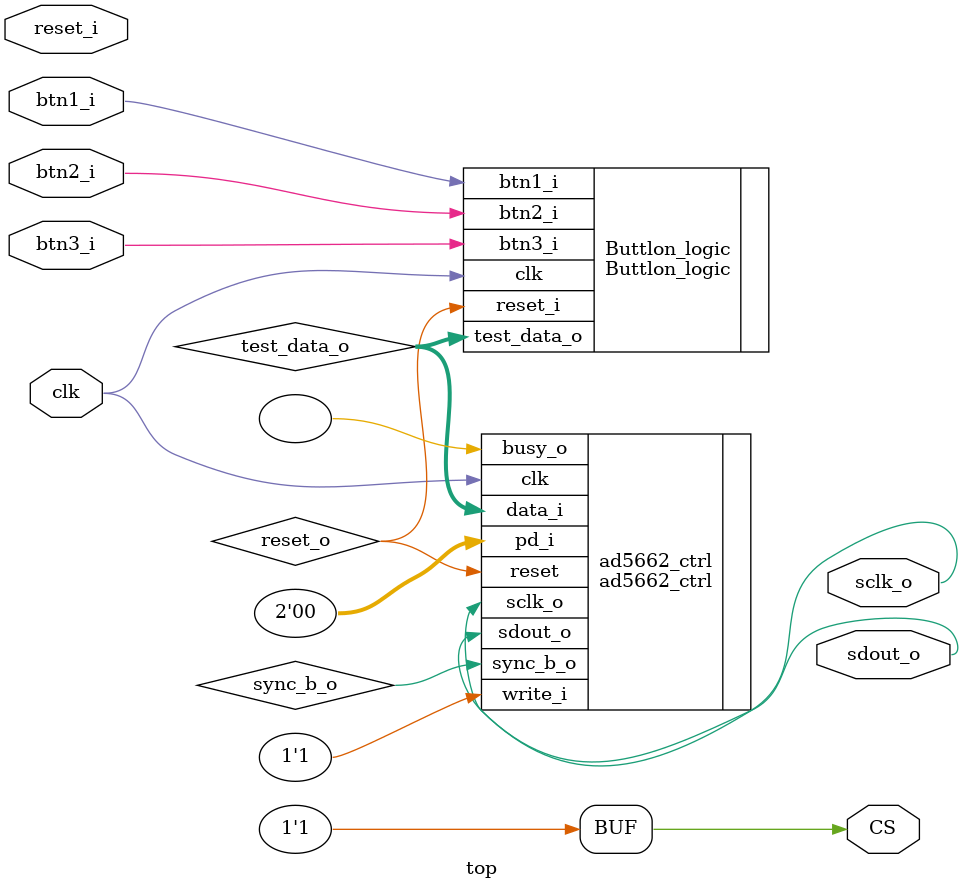
<source format=v>
`timescale 1ns / 1ps
`include "AFI_spi_test.v"
`include "Buttlon_logic.v"


module top  #(
   parameter CLK_temp = 100,
   parameter bits = 8
)(
  //input beam_input_reg_i,
  input clk,
  input reset_i,
  //input [7:0] data_i,
  input btn1_i, btn2_i, btn3_i,
  output CS,
  //input write_spi_i,
  //output reset_o,
  //output TrigOut,

  //wire [7:0] data_i,
  //wire [1:0] pd_i,
  //wire write_i,

  output sdout_o,
  output sclk_o

  //wire sync_b_o
//CLK wizard
  //wire clk_out1,
  //wire clk_in1,
//TEST DATA
);
  //wire busy_o;
  wire [7:0] test_data_o;
  wire reset_o;
  wire sync_b_o;

    ad5662_ctrl ad5662_ctrl (
    	.clk (clk),
        .reset (reset_o),

        .data_i (test_data_o),
        .pd_i (2'b0),
        .write_i (1'b1),//write_spi_i),
        .busy_o (),
       // serial interface
        .sdout_o (sdout_o),
        .sclk_o (sclk_o),
        .sync_b_o (sync_b_o)
    );

    Buttlon_logic Buttlon_logic(
      .clk          (clk),
      .btn1_i       (btn1_i),
      .btn2_i       (btn2_i),
      .btn3_i       (btn3_i),
      .test_data_o  (test_data_o),
      .reset_i      (reset_o)
        );

assign CS = 1'b1;
endmodule

</source>
